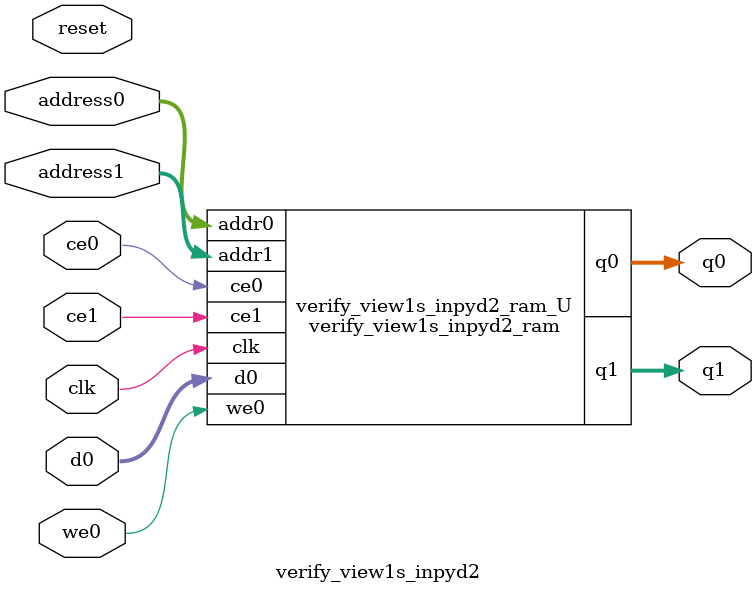
<source format=v>
`timescale 1 ns / 1 ps
module verify_view1s_inpyd2_ram (addr0, ce0, d0, we0, q0, addr1, ce1, q1,  clk);

parameter DWIDTH = 32;
parameter AWIDTH = 10;
parameter MEM_SIZE = 876;

input[AWIDTH-1:0] addr0;
input ce0;
input[DWIDTH-1:0] d0;
input we0;
output reg[DWIDTH-1:0] q0;
input[AWIDTH-1:0] addr1;
input ce1;
output reg[DWIDTH-1:0] q1;
input clk;

(* ram_style = "block" *)reg [DWIDTH-1:0] ram[0:MEM_SIZE-1];




always @(posedge clk)  
begin 
    if (ce0) begin
        if (we0) 
            ram[addr0] <= d0; 
        q0 <= ram[addr0];
    end
end


always @(posedge clk)  
begin 
    if (ce1) begin
        q1 <= ram[addr1];
    end
end


endmodule

`timescale 1 ns / 1 ps
module verify_view1s_inpyd2(
    reset,
    clk,
    address0,
    ce0,
    we0,
    d0,
    q0,
    address1,
    ce1,
    q1);

parameter DataWidth = 32'd32;
parameter AddressRange = 32'd876;
parameter AddressWidth = 32'd10;
input reset;
input clk;
input[AddressWidth - 1:0] address0;
input ce0;
input we0;
input[DataWidth - 1:0] d0;
output[DataWidth - 1:0] q0;
input[AddressWidth - 1:0] address1;
input ce1;
output[DataWidth - 1:0] q1;



verify_view1s_inpyd2_ram verify_view1s_inpyd2_ram_U(
    .clk( clk ),
    .addr0( address0 ),
    .ce0( ce0 ),
    .we0( we0 ),
    .d0( d0 ),
    .q0( q0 ),
    .addr1( address1 ),
    .ce1( ce1 ),
    .q1( q1 ));

endmodule


</source>
